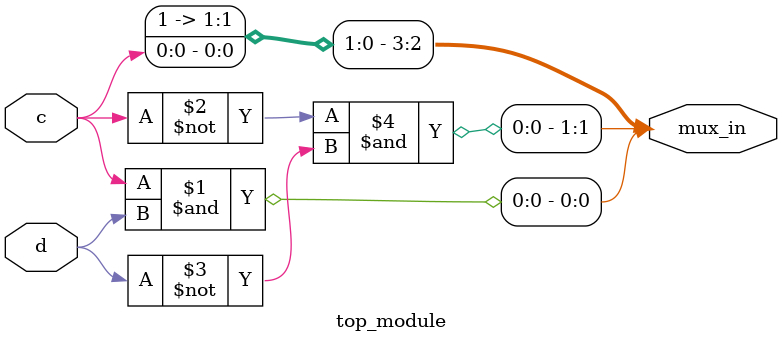
<source format=sv>
module top_module (
    input c,
    input d,
    output [3:0] mux_in
);

    // Define mux inputs based on the Karnaugh map
    assign mux_in[0] = c & d;  // 1 for (c,d) = 11
    assign mux_in[1] = ~c & ~d; // 1 for (c,d) = 00
    assign mux_in[2] = c;      // 1 for (c,d) = 10, 11
    assign mux_in[3] = 1'b1;   // always 1

endmodule

</source>
